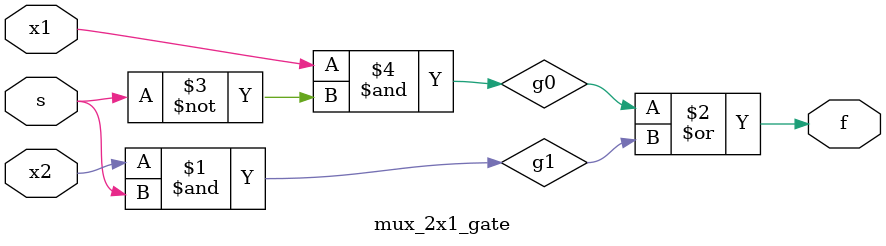
<source format=v>
`timescale 1ns / 1ps


module mux_2x1_gate(
    input x1,x2,s,
    output f
    );
    
     and a1(g1,x2,s);
    or  o0(f,g0,g1);
    and a0(g0,x1,~s);
  
endmodule

</source>
